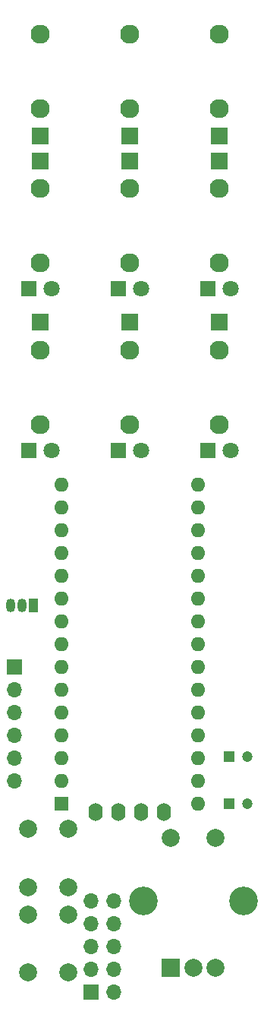
<source format=gbr>
%TF.GenerationSoftware,KiCad,Pcbnew,6.0.11-2627ca5db0~126~ubuntu22.04.1*%
%TF.CreationDate,2023-07-09T22:08:18+03:00*%
%TF.ProjectId,gtoe,67746f65-2e6b-4696-9361-645f70636258,rev?*%
%TF.SameCoordinates,Original*%
%TF.FileFunction,Soldermask,Top*%
%TF.FilePolarity,Negative*%
%FSLAX46Y46*%
G04 Gerber Fmt 4.6, Leading zero omitted, Abs format (unit mm)*
G04 Created by KiCad (PCBNEW 6.0.11-2627ca5db0~126~ubuntu22.04.1) date 2023-07-09 22:08:18*
%MOMM*%
%LPD*%
G01*
G04 APERTURE LIST*
%ADD10R,1.930000X1.830000*%
%ADD11C,2.130000*%
%ADD12C,2.000000*%
%ADD13R,1.800000X1.800000*%
%ADD14C,1.800000*%
%ADD15O,1.600000X2.000000*%
%ADD16R,2.000000X2.000000*%
%ADD17C,3.200000*%
%ADD18R,1.200000X1.200000*%
%ADD19C,1.200000*%
%ADD20R,1.600000X1.600000*%
%ADD21O,1.600000X1.600000*%
%ADD22R,1.700000X1.700000*%
%ADD23O,1.700000X1.700000*%
%ADD24R,1.050000X1.500000*%
%ADD25O,1.050000X1.500000*%
G04 APERTURE END LIST*
D10*
%TO.C,J9*%
X124800000Y-52780000D03*
D11*
X124800000Y-41380000D03*
X124800000Y-49680000D03*
%TD*%
D12*
%TO.C,SW3*%
X103450000Y-146000000D03*
X103450000Y-139500000D03*
X107950000Y-139500000D03*
X107950000Y-146000000D03*
%TD*%
D13*
%TO.C,D5*%
X113530000Y-87800000D03*
D14*
X116070000Y-87800000D03*
%TD*%
D10*
%TO.C,J2*%
X114800000Y-55520000D03*
D11*
X114800000Y-66920000D03*
X114800000Y-58620000D03*
%TD*%
D15*
%TO.C,Screen*%
X118621000Y-128100000D03*
X116081000Y-128100000D03*
X113541000Y-128100000D03*
X111000000Y-128100000D03*
%TD*%
D10*
%TO.C,J5*%
X114800000Y-73520000D03*
D11*
X114800000Y-84920000D03*
X114800000Y-76620000D03*
%TD*%
D13*
%TO.C,D4*%
X103530000Y-87800000D03*
D14*
X106070000Y-87800000D03*
%TD*%
D13*
%TO.C,D3*%
X123530000Y-69800000D03*
D14*
X126070000Y-69800000D03*
%TD*%
D10*
%TO.C,J3*%
X124800000Y-55520000D03*
D11*
X124800000Y-66920000D03*
X124800000Y-58620000D03*
%TD*%
D13*
%TO.C,D2*%
X113530000Y-69800000D03*
D14*
X116070000Y-69800000D03*
%TD*%
D16*
%TO.C,SW2*%
X119400000Y-145500000D03*
D12*
X124400000Y-145500000D03*
X121900000Y-145500000D03*
D17*
X116300000Y-138000000D03*
X127500000Y-138000000D03*
D12*
X124400000Y-131000000D03*
X119400000Y-131000000D03*
%TD*%
D10*
%TO.C,J8*%
X114800000Y-52780000D03*
D11*
X114800000Y-41380000D03*
X114800000Y-49680000D03*
%TD*%
D10*
%TO.C,J6*%
X124800000Y-73520000D03*
D11*
X124800000Y-84920000D03*
X124800000Y-76620000D03*
%TD*%
D10*
%TO.C,J1*%
X104800000Y-55520000D03*
D11*
X104800000Y-66920000D03*
X104800000Y-58620000D03*
%TD*%
D13*
%TO.C,D6*%
X123530000Y-87800000D03*
D14*
X126070000Y-87800000D03*
%TD*%
D13*
%TO.C,D1*%
X103530000Y-69800000D03*
D14*
X106070000Y-69800000D03*
%TD*%
D10*
%TO.C,J4*%
X104800000Y-73520000D03*
D11*
X104800000Y-84920000D03*
X104800000Y-76620000D03*
%TD*%
D10*
%TO.C,J7*%
X104800000Y-52780000D03*
D11*
X104800000Y-41380000D03*
X104800000Y-49680000D03*
%TD*%
D12*
%TO.C,SW1*%
X103450000Y-136500000D03*
X103450000Y-130000000D03*
X107950000Y-130000000D03*
X107950000Y-136500000D03*
%TD*%
D18*
%TO.C,C1*%
X125900000Y-127200000D03*
D19*
X127900000Y-127200000D03*
%TD*%
D20*
%TO.C,A1*%
X107175000Y-127200000D03*
D21*
X107175000Y-124660000D03*
X107175000Y-122120000D03*
X107175000Y-119580000D03*
X107175000Y-117040000D03*
X107175000Y-114500000D03*
X107175000Y-111960000D03*
X107175000Y-109420000D03*
X107175000Y-106880000D03*
X107175000Y-104340000D03*
X107175000Y-101800000D03*
X107175000Y-99260000D03*
X107175000Y-96720000D03*
X107175000Y-94180000D03*
X107175000Y-91640000D03*
X122415000Y-91640000D03*
X122415000Y-94180000D03*
X122415000Y-96720000D03*
X122415000Y-99260000D03*
X122415000Y-101800000D03*
X122415000Y-104340000D03*
X122415000Y-106880000D03*
X122415000Y-109420000D03*
X122415000Y-111960000D03*
X122415000Y-114500000D03*
X122415000Y-117040000D03*
X122415000Y-119580000D03*
X122415000Y-122120000D03*
X122415000Y-124660000D03*
X122415000Y-127200000D03*
%TD*%
D22*
%TO.C,J11*%
X101900000Y-111950000D03*
D23*
X101900000Y-114490000D03*
X101900000Y-117030000D03*
X101900000Y-119570000D03*
X101900000Y-122110000D03*
X101900000Y-124650000D03*
%TD*%
D18*
%TO.C,C2*%
X125900000Y-121900000D03*
D19*
X127900000Y-121900000D03*
%TD*%
D24*
%TO.C,Q1*%
X104100000Y-105100000D03*
D25*
X102830000Y-105100000D03*
X101560000Y-105100000D03*
%TD*%
D22*
%TO.C,RED*%
X110525000Y-148160000D03*
D23*
X113065000Y-148160000D03*
X110525000Y-145620000D03*
X113065000Y-145620000D03*
X110525000Y-143080000D03*
X113065000Y-143080000D03*
X110525000Y-140540000D03*
X113065000Y-140540000D03*
X110525000Y-138000000D03*
X113065000Y-138000000D03*
%TD*%
M02*

</source>
